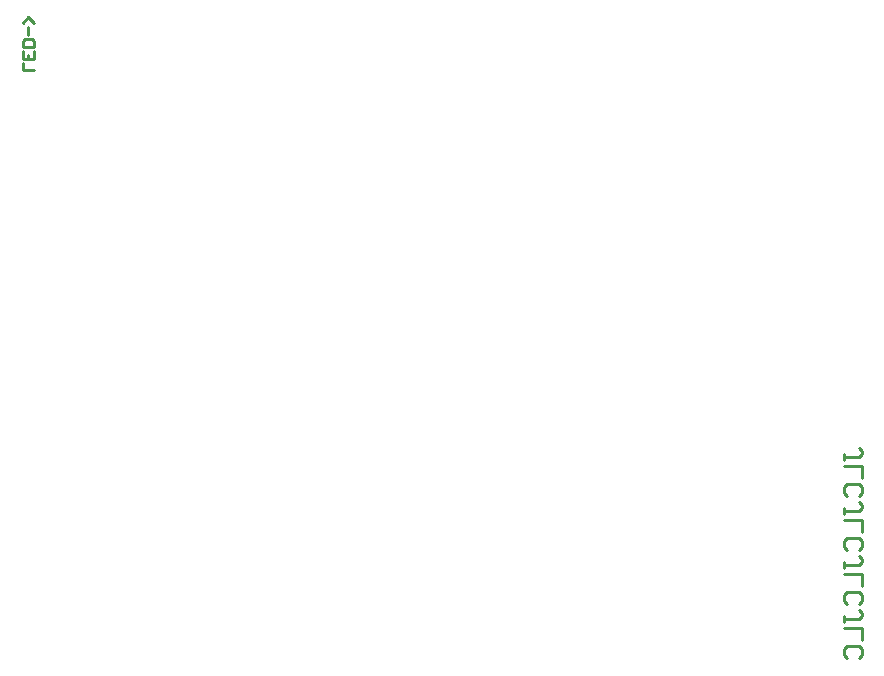
<source format=gbr>
G04*
G04 #@! TF.GenerationSoftware,Altium Limited,Altium Designer,22.11.1 (43)*
G04*
G04 Layer_Color=32896*
%FSLAX44Y44*%
%MOMM*%
G71*
G04*
G04 #@! TF.SameCoordinates,FC654CB9-28C8-48F1-B545-0E8A54867809*
G04*
G04*
G04 #@! TF.FilePolarity,Positive*
G04*
G01*
G75*
%ADD11C,0.2540*%
D11*
X922225Y555303D02*
Y560382D01*
Y557842D01*
X934921D01*
X937460Y560382D01*
Y562921D01*
X934921Y565460D01*
X922225Y550225D02*
X937460D01*
Y540068D01*
X924764Y524833D02*
X922225Y527372D01*
Y532451D01*
X924764Y534990D01*
X934921D01*
X937460Y532451D01*
Y527372D01*
X934921Y524833D01*
X922225Y509598D02*
Y514676D01*
Y512137D01*
X934921D01*
X937460Y514676D01*
Y517216D01*
X934921Y519755D01*
X922225Y504520D02*
X937460D01*
Y494363D01*
X924764Y479128D02*
X922225Y481667D01*
Y486745D01*
X924764Y489285D01*
X934921D01*
X937460Y486745D01*
Y481667D01*
X934921Y479128D01*
X922225Y463893D02*
Y468971D01*
Y466432D01*
X934921D01*
X937460Y468971D01*
Y471510D01*
X934921Y474049D01*
X922225Y458815D02*
X937460D01*
Y448658D01*
X924764Y433423D02*
X922225Y435962D01*
Y441040D01*
X924764Y443579D01*
X934921D01*
X937460Y441040D01*
Y435962D01*
X934921Y433423D01*
X922225Y418188D02*
Y423266D01*
Y420727D01*
X934921D01*
X937460Y423266D01*
Y425805D01*
X934921Y428344D01*
X922225Y413109D02*
X937460D01*
Y402952D01*
X924764Y387718D02*
X922225Y390257D01*
Y395335D01*
X924764Y397874D01*
X934921D01*
X937460Y395335D01*
Y390257D01*
X934921Y387718D01*
X236768Y885540D02*
X226772D01*
Y892205D01*
X236768Y902201D02*
Y895537D01*
X226772D01*
Y902201D01*
X231770Y895537D02*
Y898869D01*
X236768Y905534D02*
X226772D01*
Y910532D01*
X228438Y912198D01*
X235102D01*
X236768Y910532D01*
Y905534D01*
X231770Y915530D02*
Y922195D01*
X226772Y925527D02*
X231770Y930526D01*
X236768Y925527D01*
M02*

</source>
